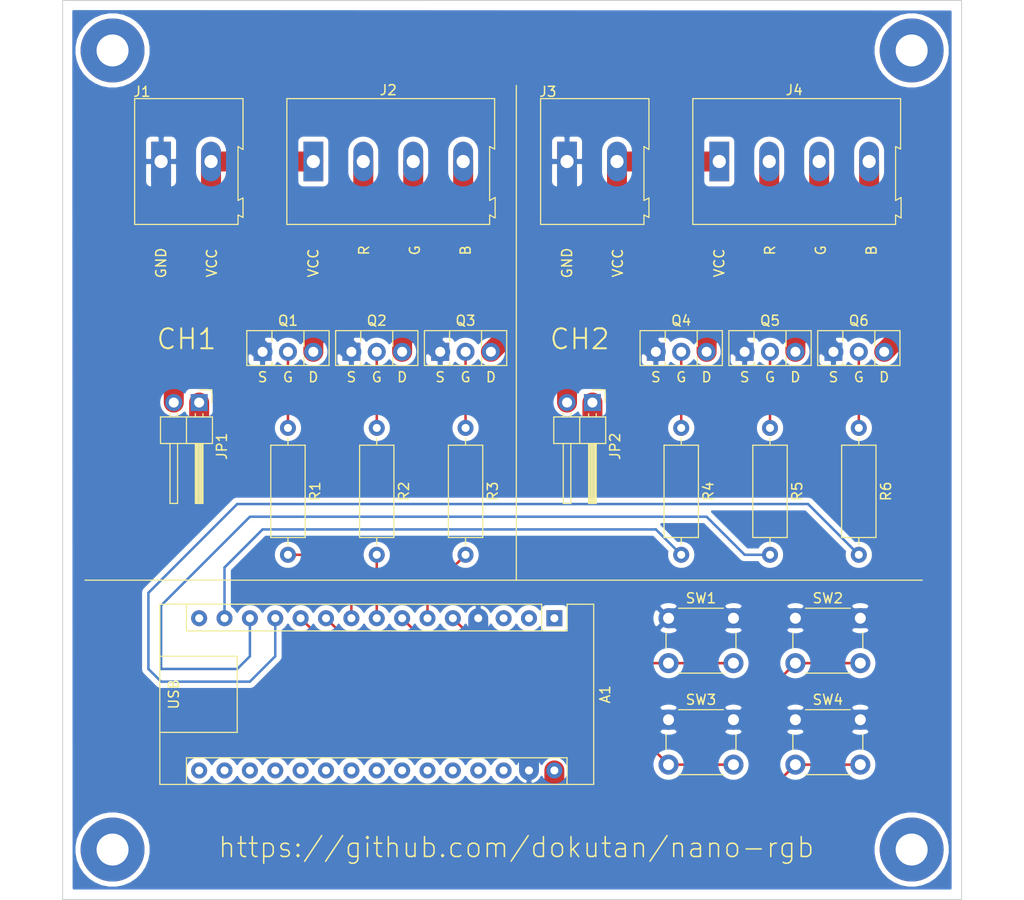
<source format=kicad_pcb>
(kicad_pcb (version 20171130) (host pcbnew 5.1.4)
  (layers (0 F.Cu signal) (31 B.Cu signal) (34 B.Paste user) (35 F.Paste user) (36 B.SilkS user) (37 F.SilkS user) (38 B.Mask user) (39 F.Mask user) (44 Edge.Cuts user))
  (net 0 "")
  (net 1 "Net-(A1-Pad1)")
  (net 2 "Net-(A1-Pad17)")
  (net 3 "Net-(A1-Pad2)")
  (net 4 "Net-(A1-Pad18)")
  (net 5 "Net-(A1-Pad3)")
  (net 6 "Net-(A1-Pad19)")
  (net 7 "Net-(A1-Pad20)")
  (net 8 "Net-(A1-Pad5)")
  (net 9 "Net-(A1-Pad21)")
  (net 10 "Net-(A1-Pad6)")
  (net 11 "Net-(A1-Pad22)")
  (net 12 "Net-(A1-Pad7)")
  (net 13 "Net-(A1-Pad23)")
  (net 14 "Net-(A1-Pad8)")
  (net 15 "Net-(A1-Pad24)")
  (net 16 "Net-(A1-Pad9)")
  (net 17 "Net-(A1-Pad25)")
  (net 18 "Net-(A1-Pad10)")
  (net 19 "Net-(A1-Pad26)")
  (net 20 "Net-(A1-Pad11)")
  (net 21 "Net-(A1-Pad27)")
  (net 22 "Net-(A1-Pad12)")
  (net 23 "Net-(A1-Pad28)")
  (net 24 "Net-(A1-Pad13)")
  (net 25 "Net-(A1-Pad29)")
  (net 26 "Net-(A1-Pad14)")
  (net 27 "Net-(A1-Pad30)")
  (net 28 "Net-(A1-Pad15)")
  (net 29 "Net-(A1-Pad16)")
  (net 30 "Net-(J1-Pad2)")
  (net 31 "Net-(J2-Pad2)")
  (net 32 "Net-(J2-Pad4)")
  (net 33 "Net-(J2-Pad3)")
  (net 34 "Net-(J3-Pad2)")
  (net 35 "Net-(J4-Pad3)")
  (net 36 "Net-(J4-Pad4)")
  (net 37 "Net-(J4-Pad2)")
  (net 38 "Net-(Q1-Pad2)")
  (net 39 "Net-(Q2-Pad2)")
  (net 40 "Net-(Q3-Pad2)")
  (net 41 "Net-(Q4-Pad2)")
  (net 42 "Net-(Q5-Pad2)")
  (net 43 "Net-(Q6-Pad2)")
  (module MountingHole:MountingHole_3.2mm_M3_Pad (layer F.Cu) (at 145 145)
    (fp_text reference REF** hide)
    (fp_text value MountingHole_3.2mm_M3_Pad)
    (pad 1 thru_hole circle (at 0 0) (size 6.4 6.4) (drill 3.2) (layers *.Cu *.Mask))
  )
  (module MountingHole:MountingHole_3.2mm_M3_Pad (layer F.Cu) (at 225 145)
    (fp_text reference REF** hide)
    (fp_text value MountingHole_3.2mm_M3_Pad)
    (pad 1 thru_hole circle (at 0 0) (size 6.4 6.4) (drill 3.2) (layers *.Cu *.Mask))
  )
  (module MountingHole:MountingHole_3.2mm_M3_Pad (layer F.Cu) (at 225 65)
    (fp_text reference REF** hide)
    (fp_text value MountingHole_3.2mm_M3_Pad)
    (pad 1 thru_hole circle (at 0 0) (size 6.4 6.4) (drill 3.2) (layers *.Cu *.Mask))
  )
  (module MountingHole:MountingHole_3.2mm_M3_Pad (layer F.Cu) (at 145 65)
    (fp_text reference REF** hide)
    (fp_text value MountingHole_3.2mm_M3_Pad)
    (pad 1 thru_hole circle (at 0 0) (size 6.4 6.4) (drill 3.2) (layers *.Cu *.Mask))
  )
  (module Button_Switch_THT:SW_PUSH_6mm (layer F.Cu) (at 200.66 121.84)
    (fp_text reference SW1 (at 3.25 -2) (layer F.SilkS))
    (fp_text value SW_Push)
    (fp_line (start 1 5.5) (end 5.5 5.5) (layer F.SilkS) (width 0.12))
    (fp_line (start -0.25 1.5) (end -0.25 3) (layer F.SilkS) (width 0.12))
    (fp_line (start 5.5 -1) (end 1 -1) (layer F.SilkS) (width 0.12))
    (fp_line (start 6.75 3) (end 6.75 1.5) (layer F.SilkS) (width 0.12))
    (pad 2 thru_hole circle (at 0 4.5 90) (size 2 2) (drill 1.1) (layers *.Cu *.Mask) (net 8 "Net-(A1-Pad5)"))
    (pad 1 thru_hole circle (at 0 0 90) (size 2 2) (drill 1.1) (layers *.Cu *.Mask) (net 25 "Net-(A1-Pad29)"))
    (pad 2 thru_hole circle (at 6.5 4.5 90) (size 2 2) (drill 1.1) (layers *.Cu *.Mask) (net 8 "Net-(A1-Pad5)"))
    (pad 1 thru_hole circle (at 6.5 0 90) (size 2 2) (drill 1.1) (layers *.Cu *.Mask) (net 25 "Net-(A1-Pad29)"))
  )
  (module Button_Switch_THT:SW_PUSH_6mm (layer F.Cu) (at 213.36 132)
    (fp_text reference SW4 (at 3.25 -2) (layer F.SilkS))
    (fp_text value SW_Push)
    (fp_line (start 6.75 3) (end 6.75 1.5) (layer F.SilkS) (width 0.12))
    (fp_line (start 5.5 -1) (end 1 -1) (layer F.SilkS) (width 0.12))
    (fp_line (start -0.25 1.5) (end -0.25 3) (layer F.SilkS) (width 0.12))
    (fp_line (start 1 5.5) (end 5.5 5.5) (layer F.SilkS) (width 0.12))
    (pad 1 thru_hole circle (at 6.5 0 90) (size 2 2) (drill 1.1) (layers *.Cu *.Mask) (net 25 "Net-(A1-Pad29)"))
    (pad 2 thru_hole circle (at 6.5 4.5 90) (size 2 2) (drill 1.1) (layers *.Cu *.Mask) (net 20 "Net-(A1-Pad11)"))
    (pad 1 thru_hole circle (at 0 0 90) (size 2 2) (drill 1.1) (layers *.Cu *.Mask) (net 25 "Net-(A1-Pad29)"))
    (pad 2 thru_hole circle (at 0 4.5 90) (size 2 2) (drill 1.1) (layers *.Cu *.Mask) (net 20 "Net-(A1-Pad11)"))
  )
  (module Resistor_THT:R_Axial_DIN0309_L9.0mm_D3.2mm_P12.70mm_Horizontal (layer F.Cu) (at 219.71 102.79 270)
    (fp_text reference R6 (at 6.35 -2.72 90) (layer F.SilkS))
    (fp_text value R)
    (fp_line (start 1.73 -1.72) (end 1.73 1.72) (layer F.SilkS) (width 0.12))
    (fp_line (start 1.73 1.72) (end 10.97 1.72) (layer F.SilkS) (width 0.12))
    (fp_line (start 10.97 1.72) (end 10.97 -1.72) (layer F.SilkS) (width 0.12))
    (fp_line (start 10.97 -1.72) (end 1.73 -1.72) (layer F.SilkS) (width 0.12))
    (fp_line (start 1.04 0) (end 1.73 0) (layer F.SilkS) (width 0.12))
    (fp_line (start 11.66 0) (end 10.97 0) (layer F.SilkS) (width 0.12))
    (pad 1 thru_hole circle (at 0 0 270) (size 1.6 1.6) (drill 0.8) (layers *.Cu *.Mask) (net 43 "Net-(Q6-Pad2)"))
    (pad 2 thru_hole oval (at 12.7 0 270) (size 1.6 1.6) (drill 0.8) (layers *.Cu *.Mask) (net 22 "Net-(A1-Pad12)"))
  )
  (module Module:Arduino_Nano (layer F.Cu) (at 189.23 121.84 270)
    (fp_text reference A1 (at 7.62 -5.08 90) (layer F.SilkS))
    (fp_text value Arduino_Nano_v3.x)
    (fp_line (start 1.27 1.27) (end 1.27 -1.27) (layer F.SilkS) (width 0.12))
    (fp_line (start 1.27 -1.27) (end -1.4 -1.27) (layer F.SilkS) (width 0.12))
    (fp_line (start -1.4 1.27) (end -1.4 39.5) (layer F.SilkS) (width 0.12))
    (fp_line (start -1.4 -3.94) (end -1.4 -1.27) (layer F.SilkS) (width 0.12))
    (fp_line (start 13.97 -1.27) (end 16.64 -1.27) (layer F.SilkS) (width 0.12))
    (fp_line (start 13.97 -1.27) (end 13.97 36.83) (layer F.SilkS) (width 0.12))
    (fp_line (start 13.97 36.83) (end 16.64 36.83) (layer F.SilkS) (width 0.12))
    (fp_line (start 1.27 1.27) (end -1.4 1.27) (layer F.SilkS) (width 0.12))
    (fp_line (start 1.27 1.27) (end 1.27 36.83) (layer F.SilkS) (width 0.12))
    (fp_line (start 1.27 36.83) (end -1.4 36.83) (layer F.SilkS) (width 0.12))
    (fp_line (start -1.4 39.5) (end 16.64 39.5) (layer F.SilkS) (width 0.12))
    (fp_line (start 16.64 39.5) (end 16.64 -3.94) (layer F.SilkS) (width 0.12))
    (fp_line (start 16.64 -3.94) (end -1.4 -3.94) (layer F.SilkS) (width 0.12))
    (pad 1 thru_hole rect (at 0 0 270) (size 1.6 1.6) (drill 0.8) (layers *.Cu *.Mask) (net 1 "Net-(A1-Pad1)"))
    (pad 17 thru_hole oval (at 15.24 33.02 270) (size 1.6 1.6) (drill 0.8) (layers *.Cu *.Mask) (net 2 "Net-(A1-Pad17)"))
    (pad 2 thru_hole oval (at 0 2.54 270) (size 1.6 1.6) (drill 0.8) (layers *.Cu *.Mask) (net 3 "Net-(A1-Pad2)"))
    (pad 18 thru_hole oval (at 15.24 30.48 270) (size 1.6 1.6) (drill 0.8) (layers *.Cu *.Mask) (net 4 "Net-(A1-Pad18)"))
    (pad 3 thru_hole oval (at 0 5.08 270) (size 1.6 1.6) (drill 0.8) (layers *.Cu *.Mask) (net 5 "Net-(A1-Pad3)"))
    (pad 19 thru_hole oval (at 15.24 27.94 270) (size 1.6 1.6) (drill 0.8) (layers *.Cu *.Mask) (net 6 "Net-(A1-Pad19)"))
    (pad 4 thru_hole oval (at 0 7.62 270) (size 1.6 1.6) (drill 0.8) (layers *.Cu *.Mask) (net 25 "Net-(A1-Pad29)"))
    (pad 20 thru_hole oval (at 15.24 25.4 270) (size 1.6 1.6) (drill 0.8) (layers *.Cu *.Mask) (net 7 "Net-(A1-Pad20)"))
    (pad 5 thru_hole oval (at 0 10.16 270) (size 1.6 1.6) (drill 0.8) (layers *.Cu *.Mask) (net 8 "Net-(A1-Pad5)"))
    (pad 21 thru_hole oval (at 15.24 22.86 270) (size 1.6 1.6) (drill 0.8) (layers *.Cu *.Mask) (net 9 "Net-(A1-Pad21)"))
    (pad 6 thru_hole oval (at 0 12.7 270) (size 1.6 1.6) (drill 0.8) (layers *.Cu *.Mask) (net 10 "Net-(A1-Pad6)"))
    (pad 22 thru_hole oval (at 15.24 20.32 270) (size 1.6 1.6) (drill 0.8) (layers *.Cu *.Mask) (net 11 "Net-(A1-Pad22)"))
    (pad 7 thru_hole oval (at 0 15.24 270) (size 1.6 1.6) (drill 0.8) (layers *.Cu *.Mask) (net 12 "Net-(A1-Pad7)"))
    (pad 23 thru_hole oval (at 15.24 17.78 270) (size 1.6 1.6) (drill 0.8) (layers *.Cu *.Mask) (net 13 "Net-(A1-Pad23)"))
    (pad 8 thru_hole oval (at 0 17.78 270) (size 1.6 1.6) (drill 0.8) (layers *.Cu *.Mask) (net 14 "Net-(A1-Pad8)"))
    (pad 24 thru_hole oval (at 15.24 15.24 270) (size 1.6 1.6) (drill 0.8) (layers *.Cu *.Mask) (net 15 "Net-(A1-Pad24)"))
    (pad 9 thru_hole oval (at 0 20.32 270) (size 1.6 1.6) (drill 0.8) (layers *.Cu *.Mask) (net 16 "Net-(A1-Pad9)"))
    (pad 25 thru_hole oval (at 15.24 12.7 270) (size 1.6 1.6) (drill 0.8) (layers *.Cu *.Mask) (net 17 "Net-(A1-Pad25)"))
    (pad 10 thru_hole oval (at 0 22.86 270) (size 1.6 1.6) (drill 0.8) (layers *.Cu *.Mask) (net 18 "Net-(A1-Pad10)"))
    (pad 26 thru_hole oval (at 15.24 10.16 270) (size 1.6 1.6) (drill 0.8) (layers *.Cu *.Mask) (net 19 "Net-(A1-Pad26)"))
    (pad 11 thru_hole oval (at 0 25.4 270) (size 1.6 1.6) (drill 0.8) (layers *.Cu *.Mask) (net 20 "Net-(A1-Pad11)"))
    (pad 27 thru_hole oval (at 15.24 7.62 270) (size 1.6 1.6) (drill 0.8) (layers *.Cu *.Mask) (net 21 "Net-(A1-Pad27)"))
    (pad 12 thru_hole oval (at 0 27.94 270) (size 1.6 1.6) (drill 0.8) (layers *.Cu *.Mask) (net 22 "Net-(A1-Pad12)"))
    (pad 28 thru_hole oval (at 15.24 5.08 270) (size 1.6 1.6) (drill 0.8) (layers *.Cu *.Mask) (net 23 "Net-(A1-Pad28)"))
    (pad 13 thru_hole oval (at 0 30.48 270) (size 1.6 1.6) (drill 0.8) (layers *.Cu *.Mask) (net 24 "Net-(A1-Pad13)"))
    (pad 29 thru_hole oval (at 15.24 2.54 270) (size 1.6 1.6) (drill 0.8) (layers *.Cu *.Mask) (net 25 "Net-(A1-Pad29)"))
    (pad 14 thru_hole oval (at 0 33.02 270) (size 1.6 1.6) (drill 0.8) (layers *.Cu *.Mask) (net 26 "Net-(A1-Pad14)"))
    (pad 30 thru_hole oval (at 15.24 0 270) (size 1.6 1.6) (drill 0.8) (layers *.Cu *.Mask) (net 27 "Net-(A1-Pad30)"))
    (pad 15 thru_hole oval (at 0 35.56 270) (size 1.6 1.6) (drill 0.8) (layers *.Cu *.Mask) (net 28 "Net-(A1-Pad15)"))
    (pad 16 thru_hole oval (at 15.24 35.56 270) (size 1.6 1.6) (drill 0.8) (layers *.Cu *.Mask) (net 29 "Net-(A1-Pad16)"))
  )
  (module TerminalBlock:TerminalBlock_Altech_AK300-2_P5.00mm (layer F.Cu) (at 149.86 76.12)
    (fp_text reference J1 (at -1.92 -6.99) (layer F.SilkS))
    (fp_text value Screw_Terminal_01x02)
    (fp_line (start -2.65 -6.3) (end -2.65 6.3) (layer F.SilkS) (width 0.12))
    (fp_line (start -2.65 6.3) (end 7.7 6.3) (layer F.SilkS) (width 0.12))
    (fp_line (start 7.7 6.3) (end 7.7 5.35) (layer F.SilkS) (width 0.12))
    (fp_line (start 7.7 5.35) (end 8.2 5.6) (layer F.SilkS) (width 0.12))
    (fp_line (start 8.2 5.6) (end 8.2 3.7) (layer F.SilkS) (width 0.12))
    (fp_line (start 8.2 3.7) (end 8.2 3.65) (layer F.SilkS) (width 0.12))
    (fp_line (start 8.2 3.65) (end 7.7 3.9) (layer F.SilkS) (width 0.12))
    (fp_line (start 7.7 3.9) (end 7.7 -1.5) (layer F.SilkS) (width 0.12))
    (fp_line (start 7.7 -1.5) (end 8.2 -1.2) (layer F.SilkS) (width 0.12))
    (fp_line (start 8.2 -1.2) (end 8.2 -6.3) (layer F.SilkS) (width 0.12))
    (fp_line (start 8.2 -6.3) (end -2.65 -6.3) (layer F.SilkS) (width 0.12))
    (pad 1 thru_hole rect (at 0 0) (size 1.98 3.96) (drill 1.32) (layers *.Cu *.Mask) (net 25 "Net-(A1-Pad29)"))
    (pad 2 thru_hole oval (at 5 0) (size 1.98 3.96) (drill 1.32) (layers *.Cu *.Mask) (net 30 "Net-(J1-Pad2)"))
  )
  (module TerminalBlock:TerminalBlock_Altech_AK300-4_P5.00mm (layer F.Cu) (at 165.1 76.12)
    (fp_text reference J2 (at 7.5 -7.15) (layer F.SilkS))
    (fp_text value Screw_Terminal_01x04)
    (fp_line (start -2.65 -6.3) (end 18.15 -6.3) (layer F.SilkS) (width 0.12))
    (fp_line (start 18.15 -6.3) (end 18.15 -1.25) (layer F.SilkS) (width 0.12))
    (fp_line (start 18.15 -1.25) (end 17.65 -1.5) (layer F.SilkS) (width 0.12))
    (fp_line (start 17.65 -1.5) (end 17.65 3.9) (layer F.SilkS) (width 0.12))
    (fp_line (start 17.65 3.9) (end 18.2 3.6) (layer F.SilkS) (width 0.12))
    (fp_line (start 18.2 3.6) (end 18.2 5.65) (layer F.SilkS) (width 0.12))
    (fp_line (start 18.2 5.65) (end 17.65 5.35) (layer F.SilkS) (width 0.12))
    (fp_line (start 17.65 5.35) (end 17.65 6.3) (layer F.SilkS) (width 0.12))
    (fp_line (start 17.65 6.3) (end -2.65 6.3) (layer F.SilkS) (width 0.12))
    (fp_line (start -2.65 6.3) (end -2.65 -6.3) (layer F.SilkS) (width 0.12))
    (pad 1 thru_hole rect (at 0 0) (size 1.98 3.96) (drill 1.32) (layers *.Cu *.Mask) (net 30 "Net-(J1-Pad2)"))
    (pad 2 thru_hole oval (at 5 0) (size 1.98 3.96) (drill 1.32) (layers *.Cu *.Mask) (net 31 "Net-(J2-Pad2)"))
    (pad 4 thru_hole oval (at 15 0) (size 1.98 3.96) (drill 1.32) (layers *.Cu *.Mask) (net 32 "Net-(J2-Pad4)"))
    (pad 3 thru_hole oval (at 10 0) (size 1.98 3.96) (drill 1.32) (layers *.Cu *.Mask) (net 33 "Net-(J2-Pad3)"))
  )
  (module TerminalBlock:TerminalBlock_Altech_AK300-2_P5.00mm (layer F.Cu) (at 190.5 76.12)
    (fp_text reference J3 (at -1.92 -6.99) (layer F.SilkS))
    (fp_text value Screw_Terminal_01x02)
    (fp_line (start 8.2 -6.3) (end -2.65 -6.3) (layer F.SilkS) (width 0.12))
    (fp_line (start 8.2 -1.2) (end 8.2 -6.3) (layer F.SilkS) (width 0.12))
    (fp_line (start 7.7 -1.5) (end 8.2 -1.2) (layer F.SilkS) (width 0.12))
    (fp_line (start 7.7 3.9) (end 7.7 -1.5) (layer F.SilkS) (width 0.12))
    (fp_line (start 8.2 3.65) (end 7.7 3.9) (layer F.SilkS) (width 0.12))
    (fp_line (start 8.2 3.7) (end 8.2 3.65) (layer F.SilkS) (width 0.12))
    (fp_line (start 8.2 5.6) (end 8.2 3.7) (layer F.SilkS) (width 0.12))
    (fp_line (start 7.7 5.35) (end 8.2 5.6) (layer F.SilkS) (width 0.12))
    (fp_line (start 7.7 6.3) (end 7.7 5.35) (layer F.SilkS) (width 0.12))
    (fp_line (start -2.65 6.3) (end 7.7 6.3) (layer F.SilkS) (width 0.12))
    (fp_line (start -2.65 -6.3) (end -2.65 6.3) (layer F.SilkS) (width 0.12))
    (pad 2 thru_hole oval (at 5 0) (size 1.98 3.96) (drill 1.32) (layers *.Cu *.Mask) (net 34 "Net-(J3-Pad2)"))
    (pad 1 thru_hole rect (at 0 0) (size 1.98 3.96) (drill 1.32) (layers *.Cu *.Mask) (net 25 "Net-(A1-Pad29)"))
  )
  (module TerminalBlock:TerminalBlock_Altech_AK300-4_P5.00mm (layer F.Cu) (at 205.74 76.12)
    (fp_text reference J4 (at 7.5 -7.15) (layer F.SilkS))
    (fp_text value Screw_Terminal_01x04)
    (fp_line (start -2.65 6.3) (end -2.65 -6.3) (layer F.SilkS) (width 0.12))
    (fp_line (start 17.65 6.3) (end -2.65 6.3) (layer F.SilkS) (width 0.12))
    (fp_line (start 17.65 5.35) (end 17.65 6.3) (layer F.SilkS) (width 0.12))
    (fp_line (start 18.2 5.65) (end 17.65 5.35) (layer F.SilkS) (width 0.12))
    (fp_line (start 18.2 3.6) (end 18.2 5.65) (layer F.SilkS) (width 0.12))
    (fp_line (start 17.65 3.9) (end 18.2 3.6) (layer F.SilkS) (width 0.12))
    (fp_line (start 17.65 -1.5) (end 17.65 3.9) (layer F.SilkS) (width 0.12))
    (fp_line (start 18.15 -1.25) (end 17.65 -1.5) (layer F.SilkS) (width 0.12))
    (fp_line (start 18.15 -6.3) (end 18.15 -1.25) (layer F.SilkS) (width 0.12))
    (fp_line (start -2.65 -6.3) (end 18.15 -6.3) (layer F.SilkS) (width 0.12))
    (pad 3 thru_hole oval (at 10 0) (size 1.98 3.96) (drill 1.32) (layers *.Cu *.Mask) (net 35 "Net-(J4-Pad3)"))
    (pad 4 thru_hole oval (at 15 0) (size 1.98 3.96) (drill 1.32) (layers *.Cu *.Mask) (net 36 "Net-(J4-Pad4)"))
    (pad 2 thru_hole oval (at 5 0) (size 1.98 3.96) (drill 1.32) (layers *.Cu *.Mask) (net 37 "Net-(J4-Pad2)"))
    (pad 1 thru_hole rect (at 0 0) (size 1.98 3.96) (drill 1.32) (layers *.Cu *.Mask) (net 34 "Net-(J3-Pad2)"))
  )
  (module Connector_PinHeader_2.54mm:PinHeader_1x02_P2.54mm_Horizontal (layer F.Cu) (at 153.67 100.25 270)
    (fp_text reference JP1 (at 4.385 -2.27 90) (layer F.SilkS))
    (fp_text value Jumper_2_Open)
    (fp_line (start 1.44 -1.33) (end 1.44 3.87) (layer F.SilkS) (width 0.12))
    (fp_line (start 1.44 3.87) (end 4.1 3.87) (layer F.SilkS) (width 0.12))
    (fp_line (start 4.1 3.87) (end 4.1 -1.33) (layer F.SilkS) (width 0.12))
    (fp_line (start 4.1 -1.33) (end 1.44 -1.33) (layer F.SilkS) (width 0.12))
    (fp_line (start 4.1 -0.38) (end 10.1 -0.38) (layer F.SilkS) (width 0.12))
    (fp_line (start 10.1 -0.38) (end 10.1 0.38) (layer F.SilkS) (width 0.12))
    (fp_line (start 10.1 0.38) (end 4.1 0.38) (layer F.SilkS) (width 0.12))
    (fp_line (start 4.1 -0.32) (end 10.1 -0.32) (layer F.SilkS) (width 0.12))
    (fp_line (start 4.1 -0.2) (end 10.1 -0.2) (layer F.SilkS) (width 0.12))
    (fp_line (start 4.1 -0.08) (end 10.1 -0.08) (layer F.SilkS) (width 0.12))
    (fp_line (start 4.1 0.04) (end 10.1 0.04) (layer F.SilkS) (width 0.12))
    (fp_line (start 4.1 0.16) (end 10.1 0.16) (layer F.SilkS) (width 0.12))
    (fp_line (start 4.1 0.28) (end 10.1 0.28) (layer F.SilkS) (width 0.12))
    (fp_line (start 1.11 -0.38) (end 1.44 -0.38) (layer F.SilkS) (width 0.12))
    (fp_line (start 1.11 0.38) (end 1.44 0.38) (layer F.SilkS) (width 0.12))
    (fp_line (start 1.44 1.27) (end 4.1 1.27) (layer F.SilkS) (width 0.12))
    (fp_line (start 4.1 2.16) (end 10.1 2.16) (layer F.SilkS) (width 0.12))
    (fp_line (start 10.1 2.16) (end 10.1 2.92) (layer F.SilkS) (width 0.12))
    (fp_line (start 10.1 2.92) (end 4.1 2.92) (layer F.SilkS) (width 0.12))
    (fp_line (start 1.042929 2.16) (end 1.44 2.16) (layer F.SilkS) (width 0.12))
    (fp_line (start 1.042929 2.92) (end 1.44 2.92) (layer F.SilkS) (width 0.12))
    (fp_line (start -1.27 0) (end -1.27 -1.27) (layer F.SilkS) (width 0.12))
    (fp_line (start -1.27 -1.27) (end 0 -1.27) (layer F.SilkS) (width 0.12))
    (pad 1 thru_hole rect (at 0 0 270) (size 1.7 1.7) (drill 1) (layers *.Cu *.Mask) (net 27 "Net-(A1-Pad30)"))
    (pad 2 thru_hole oval (at 0 2.54 270) (size 1.7 1.7) (drill 1) (layers *.Cu *.Mask) (net 30 "Net-(J1-Pad2)"))
  )
  (module Connector_PinHeader_2.54mm:PinHeader_1x02_P2.54mm_Horizontal (layer F.Cu) (at 193.04 100.25 270)
    (fp_text reference JP2 (at 4.385 -2.27 90) (layer F.SilkS))
    (fp_text value Jumper_2_Open)
    (fp_line (start -1.27 -1.27) (end 0 -1.27) (layer F.SilkS) (width 0.12))
    (fp_line (start -1.27 0) (end -1.27 -1.27) (layer F.SilkS) (width 0.12))
    (fp_line (start 1.042929 2.92) (end 1.44 2.92) (layer F.SilkS) (width 0.12))
    (fp_line (start 1.042929 2.16) (end 1.44 2.16) (layer F.SilkS) (width 0.12))
    (fp_line (start 10.1 2.92) (end 4.1 2.92) (layer F.SilkS) (width 0.12))
    (fp_line (start 10.1 2.16) (end 10.1 2.92) (layer F.SilkS) (width 0.12))
    (fp_line (start 4.1 2.16) (end 10.1 2.16) (layer F.SilkS) (width 0.12))
    (fp_line (start 1.44 1.27) (end 4.1 1.27) (layer F.SilkS) (width 0.12))
    (fp_line (start 1.11 0.38) (end 1.44 0.38) (layer F.SilkS) (width 0.12))
    (fp_line (start 1.11 -0.38) (end 1.44 -0.38) (layer F.SilkS) (width 0.12))
    (fp_line (start 4.1 0.28) (end 10.1 0.28) (layer F.SilkS) (width 0.12))
    (fp_line (start 4.1 0.16) (end 10.1 0.16) (layer F.SilkS) (width 0.12))
    (fp_line (start 4.1 0.04) (end 10.1 0.04) (layer F.SilkS) (width 0.12))
    (fp_line (start 4.1 -0.08) (end 10.1 -0.08) (layer F.SilkS) (width 0.12))
    (fp_line (start 4.1 -0.2) (end 10.1 -0.2) (layer F.SilkS) (width 0.12))
    (fp_line (start 4.1 -0.32) (end 10.1 -0.32) (layer F.SilkS) (width 0.12))
    (fp_line (start 10.1 0.38) (end 4.1 0.38) (layer F.SilkS) (width 0.12))
    (fp_line (start 10.1 -0.38) (end 10.1 0.38) (layer F.SilkS) (width 0.12))
    (fp_line (start 4.1 -0.38) (end 10.1 -0.38) (layer F.SilkS) (width 0.12))
    (fp_line (start 4.1 -1.33) (end 1.44 -1.33) (layer F.SilkS) (width 0.12))
    (fp_line (start 4.1 3.87) (end 4.1 -1.33) (layer F.SilkS) (width 0.12))
    (fp_line (start 1.44 3.87) (end 4.1 3.87) (layer F.SilkS) (width 0.12))
    (fp_line (start 1.44 -1.33) (end 1.44 3.87) (layer F.SilkS) (width 0.12))
    (pad 2 thru_hole oval (at 0 2.54 270) (size 1.7 1.7) (drill 1) (layers *.Cu *.Mask) (net 34 "Net-(J3-Pad2)"))
    (pad 1 thru_hole rect (at 0 0 270) (size 1.7 1.7) (drill 1) (layers *.Cu *.Mask) (net 27 "Net-(A1-Pad30)"))
  )
  (module Resistor_THT:R_Axial_DIN0309_L9.0mm_D3.2mm_P12.70mm_Horizontal (layer F.Cu) (at 162.56 102.79 270)
    (fp_text reference R1 (at 6.35 -2.72 90) (layer F.SilkS))
    (fp_text value R)
    (fp_line (start 11.66 0) (end 10.97 0) (layer F.SilkS) (width 0.12))
    (fp_line (start 1.04 0) (end 1.73 0) (layer F.SilkS) (width 0.12))
    (fp_line (start 10.97 -1.72) (end 1.73 -1.72) (layer F.SilkS) (width 0.12))
    (fp_line (start 10.97 1.72) (end 10.97 -1.72) (layer F.SilkS) (width 0.12))
    (fp_line (start 1.73 1.72) (end 10.97 1.72) (layer F.SilkS) (width 0.12))
    (fp_line (start 1.73 -1.72) (end 1.73 1.72) (layer F.SilkS) (width 0.12))
    (pad 2 thru_hole oval (at 12.7 0 270) (size 1.6 1.6) (drill 0.8) (layers *.Cu *.Mask) (net 16 "Net-(A1-Pad9)"))
    (pad 1 thru_hole circle (at 0 0 270) (size 1.6 1.6) (drill 0.8) (layers *.Cu *.Mask) (net 38 "Net-(Q1-Pad2)"))
  )
  (module Resistor_THT:R_Axial_DIN0309_L9.0mm_D3.2mm_P12.70mm_Horizontal (layer F.Cu) (at 171.45 102.79 270)
    (fp_text reference R2 (at 6.35 -2.72 90) (layer F.SilkS))
    (fp_text value R)
    (fp_line (start 1.73 -1.72) (end 1.73 1.72) (layer F.SilkS) (width 0.12))
    (fp_line (start 1.73 1.72) (end 10.97 1.72) (layer F.SilkS) (width 0.12))
    (fp_line (start 10.97 1.72) (end 10.97 -1.72) (layer F.SilkS) (width 0.12))
    (fp_line (start 10.97 -1.72) (end 1.73 -1.72) (layer F.SilkS) (width 0.12))
    (fp_line (start 1.04 0) (end 1.73 0) (layer F.SilkS) (width 0.12))
    (fp_line (start 11.66 0) (end 10.97 0) (layer F.SilkS) (width 0.12))
    (pad 1 thru_hole circle (at 0 0 270) (size 1.6 1.6) (drill 0.8) (layers *.Cu *.Mask) (net 39 "Net-(Q2-Pad2)"))
    (pad 2 thru_hole oval (at 12.7 0 270) (size 1.6 1.6) (drill 0.8) (layers *.Cu *.Mask) (net 14 "Net-(A1-Pad8)"))
  )
  (module Resistor_THT:R_Axial_DIN0309_L9.0mm_D3.2mm_P12.70mm_Horizontal (layer F.Cu) (at 180.34 102.79 270)
    (fp_text reference R3 (at 6.35 -2.72 90) (layer F.SilkS))
    (fp_text value R)
    (fp_line (start 11.66 0) (end 10.97 0) (layer F.SilkS) (width 0.12))
    (fp_line (start 1.04 0) (end 1.73 0) (layer F.SilkS) (width 0.12))
    (fp_line (start 10.97 -1.72) (end 1.73 -1.72) (layer F.SilkS) (width 0.12))
    (fp_line (start 10.97 1.72) (end 10.97 -1.72) (layer F.SilkS) (width 0.12))
    (fp_line (start 1.73 1.72) (end 10.97 1.72) (layer F.SilkS) (width 0.12))
    (fp_line (start 1.73 -1.72) (end 1.73 1.72) (layer F.SilkS) (width 0.12))
    (pad 2 thru_hole oval (at 12.7 0 270) (size 1.6 1.6) (drill 0.8) (layers *.Cu *.Mask) (net 10 "Net-(A1-Pad6)"))
    (pad 1 thru_hole circle (at 0 0 270) (size 1.6 1.6) (drill 0.8) (layers *.Cu *.Mask) (net 40 "Net-(Q3-Pad2)"))
  )
  (module Resistor_THT:R_Axial_DIN0309_L9.0mm_D3.2mm_P12.70mm_Horizontal (layer F.Cu) (at 201.93 102.79 270)
    (fp_text reference R4 (at 6.35 -2.72 90) (layer F.SilkS))
    (fp_text value R)
    (fp_line (start 1.73 -1.72) (end 1.73 1.72) (layer F.SilkS) (width 0.12))
    (fp_line (start 1.73 1.72) (end 10.97 1.72) (layer F.SilkS) (width 0.12))
    (fp_line (start 10.97 1.72) (end 10.97 -1.72) (layer F.SilkS) (width 0.12))
    (fp_line (start 10.97 -1.72) (end 1.73 -1.72) (layer F.SilkS) (width 0.12))
    (fp_line (start 1.04 0) (end 1.73 0) (layer F.SilkS) (width 0.12))
    (fp_line (start 11.66 0) (end 10.97 0) (layer F.SilkS) (width 0.12))
    (pad 1 thru_hole circle (at 0 0 270) (size 1.6 1.6) (drill 0.8) (layers *.Cu *.Mask) (net 41 "Net-(Q4-Pad2)"))
    (pad 2 thru_hole oval (at 12.7 0 270) (size 1.6 1.6) (drill 0.8) (layers *.Cu *.Mask) (net 26 "Net-(A1-Pad14)"))
  )
  (module Resistor_THT:R_Axial_DIN0309_L9.0mm_D3.2mm_P12.70mm_Horizontal (layer F.Cu) (at 210.82 102.79 270)
    (fp_text reference R5 (at 6.35 -2.72 90) (layer F.SilkS))
    (fp_text value R)
    (fp_line (start 11.66 0) (end 10.97 0) (layer F.SilkS) (width 0.12))
    (fp_line (start 1.04 0) (end 1.73 0) (layer F.SilkS) (width 0.12))
    (fp_line (start 10.97 -1.72) (end 1.73 -1.72) (layer F.SilkS) (width 0.12))
    (fp_line (start 10.97 1.72) (end 10.97 -1.72) (layer F.SilkS) (width 0.12))
    (fp_line (start 1.73 1.72) (end 10.97 1.72) (layer F.SilkS) (width 0.12))
    (fp_line (start 1.73 -1.72) (end 1.73 1.72) (layer F.SilkS) (width 0.12))
    (pad 2 thru_hole oval (at 12.7 0 270) (size 1.6 1.6) (drill 0.8) (layers *.Cu *.Mask) (net 24 "Net-(A1-Pad13)"))
    (pad 1 thru_hole circle (at 0 0 270) (size 1.6 1.6) (drill 0.8) (layers *.Cu *.Mask) (net 42 "Net-(Q5-Pad2)"))
  )
  (module Button_Switch_THT:SW_PUSH_6mm (layer F.Cu) (at 213.36 121.84)
    (fp_text reference SW2 (at 3.25 -2) (layer F.SilkS))
    (fp_text value SW_Push)
    (fp_line (start 6.75 3) (end 6.75 1.5) (layer F.SilkS) (width 0.12))
    (fp_line (start 5.5 -1) (end 1 -1) (layer F.SilkS) (width 0.12))
    (fp_line (start -0.25 1.5) (end -0.25 3) (layer F.SilkS) (width 0.12))
    (fp_line (start 1 5.5) (end 5.5 5.5) (layer F.SilkS) (width 0.12))
    (pad 1 thru_hole circle (at 6.5 0 90) (size 2 2) (drill 1.1) (layers *.Cu *.Mask) (net 25 "Net-(A1-Pad29)"))
    (pad 2 thru_hole circle (at 6.5 4.5 90) (size 2 2) (drill 1.1) (layers *.Cu *.Mask) (net 12 "Net-(A1-Pad7)"))
    (pad 1 thru_hole circle (at 0 0 90) (size 2 2) (drill 1.1) (layers *.Cu *.Mask) (net 25 "Net-(A1-Pad29)"))
    (pad 2 thru_hole circle (at 0 4.5 90) (size 2 2) (drill 1.1) (layers *.Cu *.Mask) (net 12 "Net-(A1-Pad7)"))
  )
  (module Button_Switch_THT:SW_PUSH_6mm (layer F.Cu) (at 200.66 132)
    (fp_text reference SW3 (at 3.25 -2) (layer F.SilkS))
    (fp_text value SW_Push)
    (fp_line (start 1 5.5) (end 5.5 5.5) (layer F.SilkS) (width 0.12))
    (fp_line (start -0.25 1.5) (end -0.25 3) (layer F.SilkS) (width 0.12))
    (fp_line (start 5.5 -1) (end 1 -1) (layer F.SilkS) (width 0.12))
    (fp_line (start 6.75 3) (end 6.75 1.5) (layer F.SilkS) (width 0.12))
    (pad 2 thru_hole circle (at 0 4.5 90) (size 2 2) (drill 1.1) (layers *.Cu *.Mask) (net 18 "Net-(A1-Pad10)"))
    (pad 1 thru_hole circle (at 0 0 90) (size 2 2) (drill 1.1) (layers *.Cu *.Mask) (net 25 "Net-(A1-Pad29)"))
    (pad 2 thru_hole circle (at 6.5 4.5 90) (size 2 2) (drill 1.1) (layers *.Cu *.Mask) (net 18 "Net-(A1-Pad10)"))
    (pad 1 thru_hole circle (at 6.5 0 90) (size 2 2) (drill 1.1) (layers *.Cu *.Mask) (net 25 "Net-(A1-Pad29)"))
  )
  (module Package_TO_SOT_THT:TO-126-3_Vertical (layer F.Cu) (at 160.02 95.17)
    (fp_text reference Q1 (at 2.54 -3.12) (layer F.SilkS))
    (fp_text value 2N7000)
    (fp_line (start 4.141 0.54) (end 4.141 1.37) (layer F.SilkS) (width 0.12))
    (fp_line (start 4.141 -2.12) (end 4.141 -0.54) (layer F.SilkS) (width 0.12))
    (fp_line (start 0.94 1.05) (end 0.94 1.37) (layer F.SilkS) (width 0.12))
    (fp_line (start 0.94 -2.12) (end 0.94 -1.05) (layer F.SilkS) (width 0.12))
    (fp_line (start 6.66 -2.12) (end 6.66 1.37) (layer F.SilkS) (width 0.12))
    (fp_line (start -1.58 -2.12) (end -1.58 1.37) (layer F.SilkS) (width 0.12))
    (fp_line (start -1.58 1.37) (end 6.66 1.37) (layer F.SilkS) (width 0.12))
    (fp_line (start -1.58 -2.12) (end 6.66 -2.12) (layer F.SilkS) (width 0.12))
    (pad 3 thru_hole oval (at 5.08 0) (size 1.8 1.8) (drill 1) (layers *.Cu *.Mask) (net 31 "Net-(J2-Pad2)"))
    (pad 2 thru_hole oval (at 2.54 0) (size 1.8 1.8) (drill 1) (layers *.Cu *.Mask) (net 38 "Net-(Q1-Pad2)"))
    (pad 1 thru_hole rect (at 0 0) (size 1.8 1.8) (drill 1) (layers *.Cu *.Mask) (net 25 "Net-(A1-Pad29)"))
  )
  (module Package_TO_SOT_THT:TO-126-3_Vertical (layer F.Cu) (at 168.91 95.17)
    (fp_text reference Q2 (at 2.54 -3.12) (layer F.SilkS))
    (fp_text value 2N7000)
    (fp_line (start -1.58 -2.12) (end 6.66 -2.12) (layer F.SilkS) (width 0.12))
    (fp_line (start -1.58 1.37) (end 6.66 1.37) (layer F.SilkS) (width 0.12))
    (fp_line (start -1.58 -2.12) (end -1.58 1.37) (layer F.SilkS) (width 0.12))
    (fp_line (start 6.66 -2.12) (end 6.66 1.37) (layer F.SilkS) (width 0.12))
    (fp_line (start 0.94 -2.12) (end 0.94 -1.05) (layer F.SilkS) (width 0.12))
    (fp_line (start 0.94 1.05) (end 0.94 1.37) (layer F.SilkS) (width 0.12))
    (fp_line (start 4.141 -2.12) (end 4.141 -0.54) (layer F.SilkS) (width 0.12))
    (fp_line (start 4.141 0.54) (end 4.141 1.37) (layer F.SilkS) (width 0.12))
    (pad 1 thru_hole rect (at 0 0) (size 1.8 1.8) (drill 1) (layers *.Cu *.Mask) (net 25 "Net-(A1-Pad29)"))
    (pad 2 thru_hole oval (at 2.54 0) (size 1.8 1.8) (drill 1) (layers *.Cu *.Mask) (net 39 "Net-(Q2-Pad2)"))
    (pad 3 thru_hole oval (at 5.08 0) (size 1.8 1.8) (drill 1) (layers *.Cu *.Mask) (net 33 "Net-(J2-Pad3)"))
  )
  (module Package_TO_SOT_THT:TO-126-3_Vertical (layer F.Cu) (at 177.8 95.17)
    (fp_text reference Q3 (at 2.54 -3.12) (layer F.SilkS))
    (fp_text value 2N7000)
    (fp_line (start -1.58 -2.12) (end 6.66 -2.12) (layer F.SilkS) (width 0.12))
    (fp_line (start -1.58 1.37) (end 6.66 1.37) (layer F.SilkS) (width 0.12))
    (fp_line (start -1.58 -2.12) (end -1.58 1.37) (layer F.SilkS) (width 0.12))
    (fp_line (start 6.66 -2.12) (end 6.66 1.37) (layer F.SilkS) (width 0.12))
    (fp_line (start 0.94 -2.12) (end 0.94 -1.05) (layer F.SilkS) (width 0.12))
    (fp_line (start 0.94 1.05) (end 0.94 1.37) (layer F.SilkS) (width 0.12))
    (fp_line (start 4.141 -2.12) (end 4.141 -0.54) (layer F.SilkS) (width 0.12))
    (fp_line (start 4.141 0.54) (end 4.141 1.37) (layer F.SilkS) (width 0.12))
    (pad 1 thru_hole rect (at 0 0) (size 1.8 1.8) (drill 1) (layers *.Cu *.Mask) (net 25 "Net-(A1-Pad29)"))
    (pad 2 thru_hole oval (at 2.54 0) (size 1.8 1.8) (drill 1) (layers *.Cu *.Mask) (net 40 "Net-(Q3-Pad2)"))
    (pad 3 thru_hole oval (at 5.08 0) (size 1.8 1.8) (drill 1) (layers *.Cu *.Mask) (net 32 "Net-(J2-Pad4)"))
  )
  (module Package_TO_SOT_THT:TO-126-3_Vertical (layer F.Cu) (at 199.39 95.17)
    (fp_text reference Q4 (at 2.54 -3.12) (layer F.SilkS))
    (fp_text value 2N7000)
    (fp_line (start 4.141 0.54) (end 4.141 1.37) (layer F.SilkS) (width 0.12))
    (fp_line (start 4.141 -2.12) (end 4.141 -0.54) (layer F.SilkS) (width 0.12))
    (fp_line (start 0.94 1.05) (end 0.94 1.37) (layer F.SilkS) (width 0.12))
    (fp_line (start 0.94 -2.12) (end 0.94 -1.05) (layer F.SilkS) (width 0.12))
    (fp_line (start 6.66 -2.12) (end 6.66 1.37) (layer F.SilkS) (width 0.12))
    (fp_line (start -1.58 -2.12) (end -1.58 1.37) (layer F.SilkS) (width 0.12))
    (fp_line (start -1.58 1.37) (end 6.66 1.37) (layer F.SilkS) (width 0.12))
    (fp_line (start -1.58 -2.12) (end 6.66 -2.12) (layer F.SilkS) (width 0.12))
    (pad 3 thru_hole oval (at 5.08 0) (size 1.8 1.8) (drill 1) (layers *.Cu *.Mask) (net 37 "Net-(J4-Pad2)"))
    (pad 2 thru_hole oval (at 2.54 0) (size 1.8 1.8) (drill 1) (layers *.Cu *.Mask) (net 41 "Net-(Q4-Pad2)"))
    (pad 1 thru_hole rect (at 0 0) (size 1.8 1.8) (drill 1) (layers *.Cu *.Mask) (net 25 "Net-(A1-Pad29)"))
  )
  (module Package_TO_SOT_THT:TO-126-3_Vertical (layer F.Cu) (at 208.28 95.17)
    (fp_text reference Q5 (at 2.54 -3.12) (layer F.SilkS))
    (fp_text value 2N7000)
    (fp_line (start -1.58 -2.12) (end 6.66 -2.12) (layer F.SilkS) (width 0.12))
    (fp_line (start -1.58 1.37) (end 6.66 1.37) (layer F.SilkS) (width 0.12))
    (fp_line (start -1.58 -2.12) (end -1.58 1.37) (layer F.SilkS) (width 0.12))
    (fp_line (start 6.66 -2.12) (end 6.66 1.37) (layer F.SilkS) (width 0.12))
    (fp_line (start 0.94 -2.12) (end 0.94 -1.05) (layer F.SilkS) (width 0.12))
    (fp_line (start 0.94 1.05) (end 0.94 1.37) (layer F.SilkS) (width 0.12))
    (fp_line (start 4.141 -2.12) (end 4.141 -0.54) (layer F.SilkS) (width 0.12))
    (fp_line (start 4.141 0.54) (end 4.141 1.37) (layer F.SilkS) (width 0.12))
    (pad 1 thru_hole rect (at 0 0) (size 1.8 1.8) (drill 1) (layers *.Cu *.Mask) (net 25 "Net-(A1-Pad29)"))
    (pad 2 thru_hole oval (at 2.54 0) (size 1.8 1.8) (drill 1) (layers *.Cu *.Mask) (net 42 "Net-(Q5-Pad2)"))
    (pad 3 thru_hole oval (at 5.08 0) (size 1.8 1.8) (drill 1) (layers *.Cu *.Mask) (net 35 "Net-(J4-Pad3)"))
  )
  (module Package_TO_SOT_THT:TO-126-3_Vertical (layer F.Cu) (at 217.17 95.17)
    (fp_text reference Q6 (at 2.54 -3.12) (layer F.SilkS))
    (fp_text value 2N7000)
    (fp_line (start 4.141 0.54) (end 4.141 1.37) (layer F.SilkS) (width 0.12))
    (fp_line (start 4.141 -2.12) (end 4.141 -0.54) (layer F.SilkS) (width 0.12))
    (fp_line (start 0.94 1.05) (end 0.94 1.37) (layer F.SilkS) (width 0.12))
    (fp_line (start 0.94 -2.12) (end 0.94 -1.05) (layer F.SilkS) (width 0.12))
    (fp_line (start 6.66 -2.12) (end 6.66 1.37) (layer F.SilkS) (width 0.12))
    (fp_line (start -1.58 -2.12) (end -1.58 1.37) (layer F.SilkS) (width 0.12))
    (fp_line (start -1.58 1.37) (end 6.66 1.37) (layer F.SilkS) (width 0.12))
    (fp_line (start -1.58 -2.12) (end 6.66 -2.12) (layer F.SilkS) (width 0.12))
    (pad 3 thru_hole oval (at 5.08 0) (size 1.8 1.8) (drill 1) (layers *.Cu *.Mask) (net 36 "Net-(J4-Pad4)"))
    (pad 2 thru_hole oval (at 2.54 0) (size 1.8 1.8) (drill 1) (layers *.Cu *.Mask) (net 43 "Net-(Q6-Pad2)"))
    (pad 1 thru_hole rect (at 0 0) (size 1.8 1.8) (drill 1) (layers *.Cu *.Mask) (net 25 "Net-(A1-Pad29)"))
  )
  (gr_text https://github.com/dokutan/nano-rgb (at 185.42 144.78) (layer F.SilkS) (effects (font (size 2 2))))
  (gr_line (start 140 150) (end 140 60) (layer Edge.Cuts) (width 0.1))
  (gr_line (start 230 150) (end 140 150) (layer Edge.Cuts) (width 0.1))
  (gr_line (start 230 60) (end 230 150) (layer Edge.Cuts) (width 0.1))
  (gr_line (start 140 60) (end 230 60) (layer Edge.Cuts) (width 0.1))
  (gr_line (start 157.48 133.27) (end 149.86 133.27) (layer F.SilkS) (width 0.12))
  (gr_line (start 157.48 125.65) (end 157.48 133.27) (layer F.SilkS) (width 0.12))
  (gr_line (start 149.86 125.65) (end 157.48 125.65) (layer F.SilkS) (width 0.12))
  (gr_text USB (at 151.13 129.46 90) (layer F.SilkS) (effects (font (size 1 1))))
  (gr_text S (at 160.02 97.71) (layer F.SilkS) (effects (font (size 1 1))))
  (gr_text G (at 162.56 97.71) (layer F.SilkS) (effects (font (size 1 1))))
  (gr_text D (at 165.1 97.71) (layer F.SilkS) (effects (font (size 1 1))))
  (gr_text D (at 173.99 97.71) (layer F.SilkS) (effects (font (size 1 1))))
  (gr_text S (at 168.91 97.71) (layer F.SilkS) (effects (font (size 1 1))))
  (gr_text G (at 171.45 97.71) (layer F.SilkS) (effects (font (size 1 1))))
  (gr_text G (at 180.34 97.71) (layer F.SilkS) (effects (font (size 1 1))))
  (gr_text D (at 182.88 97.71) (layer F.SilkS) (effects (font (size 1 1))))
  (gr_text S (at 177.8 97.71) (layer F.SilkS) (effects (font (size 1 1))))
  (gr_text S (at 217.17 97.71) (layer F.SilkS) (effects (font (size 1 1))))
  (gr_text D (at 222.25 97.71) (layer F.SilkS) (effects (font (size 1 1))))
  (gr_text G (at 219.71 97.71) (layer F.SilkS) (effects (font (size 1 1))))
  (gr_text S (at 208.28 97.71) (layer F.SilkS) (effects (font (size 1 1))))
  (gr_text G (at 210.82 97.71) (layer F.SilkS) (effects (font (size 1 1))))
  (gr_text D (at 213.36 97.71) (layer F.SilkS) (effects (font (size 1 1))))
  (gr_text D (at 204.47 97.71) (layer F.SilkS) (effects (font (size 1 1))))
  (gr_text G (at 201.93 97.71) (layer F.SilkS) (effects (font (size 1 1))))
  (gr_text S (at 199.39 97.71) (layer F.SilkS) (effects (font (size 1 1))))
  (gr_text CH2 (at 191.77 93.9) (layer F.SilkS) (effects (font (size 2 2) (thickness 0.2))))
  (gr_text CH1 (at 152.4 93.9) (layer F.SilkS) (effects (font (size 2 2) (thickness 0.2))))
  (gr_text B (at 180.34 85.01 90) (layer F.SilkS) (effects (font (size 1 1))))
  (gr_text G (at 175.26 85.01 90) (layer F.SilkS) (effects (font (size 1 1))))
  (gr_text R (at 170.18 85.01 90) (layer F.SilkS) (effects (font (size 1 1))))
  (gr_text B (at 220.98 85.01 90) (layer F.SilkS) (effects (font (size 1 1))))
  (gr_text G (at 215.9 85.01 90) (layer F.SilkS) (effects (font (size 1 1))))
  (gr_text R (at 210.82 85.01 90) (layer F.SilkS) (effects (font (size 1 1))))
  (gr_line (start 185.42 68.5) (end 185.42 118.03) (layer F.SilkS) (width 0.12))
  (gr_line (start 226.06 118.03) (end 142.24 118.03) (layer F.SilkS) (width 0.12))
  (gr_text VCC (at 205.74 86.28 90) (layer F.SilkS) (effects (font (size 1 1))))
  (gr_text VCC (at 165.1 86.28 90) (layer F.SilkS) (effects (font (size 1 1))))
  (gr_text VCC (at 195.58 86.28 90) (layer F.SilkS) (effects (font (size 1 1))))
  (gr_text VCC (at 154.94 86.28 90) (layer F.SilkS) (effects (font (size 1 1))))
  (gr_text GND (at 190.5 86.28 90) (layer F.SilkS) (effects (font (size 1 1))))
  (gr_text GND (at 149.86 86.28 90) (layer F.SilkS) (effects (font (size 1 1))))
  (segment (start 205.745787 126.34) (end 200.66 126.34) (width 0.25) (layer F.Cu) (net 8))
  (segment (start 207.16 126.34) (end 205.745787 126.34) (width 0.25) (layer F.Cu) (net 8))
  (segment (start 183.57 126.34) (end 179.07 121.84) (width 0.25) (layer F.Cu) (net 8))
  (segment (start 200.66 126.34) (end 183.57 126.34) (width 0.25) (layer F.Cu) (net 8))
  (segment (start 176.53 121.84) (end 176.53 119.3) (width 0.25) (layer F.Cu) (net 10))
  (segment (start 176.53 119.3) (end 180.34 115.49) (width 0.25) (layer F.Cu) (net 10))
  (segment (start 173.99 121.84) (end 181.61 129.46) (width 0.25) (layer F.Cu) (net 12))
  (segment (start 210.24 129.46) (end 213.36 126.34) (width 0.25) (layer F.Cu) (net 12))
  (segment (start 181.61 129.46) (end 210.24 129.46) (width 0.25) (layer F.Cu) (net 12))
  (segment (start 213.36 126.34) (end 219.86 126.34) (width 0.25) (layer F.Cu) (net 12))
  (segment (start 171.45 115.49) (end 171.45 121.84) (width 0.25) (layer F.Cu) (net 14))
  (segment (start 162.56 115.49) (end 165.1 115.49) (width 0.25) (layer F.Cu) (net 16))
  (segment (start 168.91 119.3) (end 168.91 121.84) (width 0.25) (layer F.Cu) (net 16))
  (segment (start 165.1 115.49) (end 168.91 119.3) (width 0.25) (layer F.Cu) (net 16))
  (segment (start 205.745787 136.5) (end 200.66 136.5) (width 0.25) (layer F.Cu) (net 18))
  (segment (start 207.16 136.5) (end 205.745787 136.5) (width 0.25) (layer F.Cu) (net 18))
  (segment (start 200.66 136.5) (end 194.89 130.73) (width 0.25) (layer F.Cu) (net 18))
  (segment (start 175.26 130.73) (end 166.37 121.84) (width 0.25) (layer F.Cu) (net 18))
  (segment (start 194.89 130.73) (end 175.26 130.73) (width 0.25) (layer F.Cu) (net 18))
  (segment (start 219.86 136.5) (end 213.36 136.5) (width 0.25) (layer F.Cu) (net 20))
  (segment (start 163.83 121.84) (end 173.99 132) (width 0.25) (layer F.Cu) (net 20))
  (segment (start 173.99 132) (end 190.5 132) (width 0.25) (layer F.Cu) (net 20))
  (segment (start 190.5 132) (end 198.12 139.62) (width 0.25) (layer F.Cu) (net 20))
  (segment (start 210.24 139.62) (end 213.36 136.5) (width 0.25) (layer F.Cu) (net 20))
  (segment (start 198.12 139.62) (end 210.24 139.62) (width 0.25) (layer F.Cu) (net 20))
  (segment (start 158.75 128.19) (end 161.29 125.65) (width 0.25) (layer B.Cu) (net 22))
  (segment (start 149.86 128.19) (end 158.75 128.19) (width 0.25) (layer B.Cu) (net 22))
  (segment (start 214.63 110.41) (end 157.48 110.41) (width 0.25) (layer B.Cu) (net 22))
  (segment (start 157.48 110.41) (end 148.59 119.3) (width 0.25) (layer B.Cu) (net 22))
  (segment (start 161.29 125.65) (end 161.29 121.84) (width 0.25) (layer B.Cu) (net 22))
  (segment (start 148.59 126.92) (end 149.86 128.19) (width 0.25) (layer B.Cu) (net 22))
  (segment (start 219.71 115.49) (end 214.63 110.41) (width 0.25) (layer B.Cu) (net 22))
  (segment (start 148.59 119.3) (end 148.59 126.92) (width 0.25) (layer B.Cu) (net 22))
  (segment (start 210.82 115.49) (end 208.28 115.49) (width 0.25) (layer B.Cu) (net 24))
  (segment (start 208.28 115.49) (end 204.47 111.68) (width 0.25) (layer B.Cu) (net 24))
  (segment (start 204.47 111.68) (end 158.75 111.68) (width 0.25) (layer B.Cu) (net 24))
  (segment (start 158.75 111.68) (end 152.4 118.03) (width 0.25) (layer B.Cu) (net 24))
  (segment (start 158.75 121.84) (end 158.75 125.65) (width 0.25) (layer B.Cu) (net 24))
  (segment (start 158.75 125.65) (end 157.48 126.92) (width 0.25) (layer B.Cu) (net 24))
  (segment (start 157.48 126.92) (end 149.86 126.92) (width 0.25) (layer B.Cu) (net 24))
  (segment (start 149.86 126.92) (end 149.86 120.57) (width 0.25) (layer B.Cu) (net 24))
  (segment (start 149.86 120.57) (end 152.4 118.03) (width 0.25) (layer B.Cu) (net 24))
  (segment (start 190.5 87.55) (end 190.5 76.12) (width 2) (layer B.Cu) (net 25))
  (segment (start 149.86 76.12) (end 149.86 81.2) (width 2) (layer B.Cu) (net 25))
  (segment (start 149.86 81.2) (end 156.21 87.55) (width 2) (layer B.Cu) (net 25))
  (segment (start 160.02 95.17) (end 158.75 93.9) (width 2) (layer B.Cu) (net 25))
  (segment (start 158.75 93.9) (end 158.75 87.55) (width 2) (layer B.Cu) (net 25))
  (segment (start 156.21 87.55) (end 158.75 87.55) (width 2) (layer B.Cu) (net 25))
  (segment (start 168.91 95.17) (end 167.64 93.9) (width 2) (layer B.Cu) (net 25))
  (segment (start 167.64 93.9) (end 167.64 87.55) (width 2) (layer B.Cu) (net 25))
  (segment (start 158.75 87.55) (end 167.64 87.55) (width 2) (layer B.Cu) (net 25))
  (segment (start 177.8 95.17) (end 176.53 93.9) (width 2) (layer B.Cu) (net 25))
  (segment (start 176.53 93.9) (end 176.53 87.55) (width 2) (layer B.Cu) (net 25))
  (segment (start 167.64 87.55) (end 176.53 87.55) (width 2) (layer B.Cu) (net 25))
  (segment (start 176.53 87.55) (end 190.5 87.55) (width 2) (layer B.Cu) (net 25))
  (segment (start 217.17 95.17) (end 215.9 93.9) (width 2) (layer B.Cu) (net 25))
  (segment (start 215.9 93.9) (end 215.9 87.55) (width 2) (layer B.Cu) (net 25))
  (segment (start 208.28 95.17) (end 207.01 93.9) (width 2) (layer B.Cu) (net 25))
  (segment (start 207.01 93.9) (end 207.01 87.55) (width 2) (layer B.Cu) (net 25))
  (segment (start 207.01 87.55) (end 215.9 87.55) (width 2) (layer B.Cu) (net 25))
  (segment (start 199.39 95.17) (end 198.12 93.9) (width 2) (layer B.Cu) (net 25))
  (segment (start 198.12 93.9) (end 198.12 87.55) (width 2) (layer B.Cu) (net 25))
  (segment (start 190.5 87.55) (end 198.12 87.55) (width 2) (layer B.Cu) (net 25))
  (segment (start 198.12 87.55) (end 207.01 87.55) (width 2) (layer B.Cu) (net 25))
  (segment (start 222.25 87.55) (end 215.9 87.55) (width 2) (layer B.Cu) (net 25))
  (segment (start 226.06 118.03) (end 226.06 91.36) (width 2) (layer B.Cu) (net 25))
  (segment (start 200.66 121.84) (end 222.25 121.84) (width 2) (layer B.Cu) (net 25))
  (segment (start 226.06 91.36) (end 222.25 87.55) (width 2) (layer B.Cu) (net 25))
  (segment (start 222.25 121.84) (end 226.06 118.03) (width 2) (layer B.Cu) (net 25))
  (segment (start 200.66 132) (end 223.52 132) (width 2) (layer B.Cu) (net 25))
  (segment (start 226.06 129.46) (end 226.06 118.03) (width 2) (layer B.Cu) (net 25))
  (segment (start 223.52 132) (end 226.06 129.46) (width 2) (layer B.Cu) (net 25))
  (segment (start 181.61 121.84) (end 181.61 126.92) (width 2) (layer B.Cu) (net 25))
  (segment (start 186.69 132) (end 186.69 137.08) (width 2) (layer B.Cu) (net 25))
  (segment (start 181.61 126.92) (end 186.69 132) (width 2) (layer B.Cu) (net 25))
  (segment (start 200.66 132) (end 186.69 132) (width 2) (layer B.Cu) (net 25))
  (segment (start 199.39 112.95) (end 201.93 115.49) (width 0.25) (layer B.Cu) (net 26))
  (segment (start 160.02 112.95) (end 199.39 112.95) (width 0.25) (layer B.Cu) (net 26))
  (segment (start 156.21 116.76) (end 160.02 112.95) (width 0.25) (layer B.Cu) (net 26))
  (segment (start 156.21 121.84) (end 156.21 116.76) (width 0.25) (layer B.Cu) (net 26))
  (segment (start 189.23 138.35) (end 189.23 137.08) (width 2) (layer F.Cu) (net 27))
  (segment (start 187.96 139.62) (end 189.23 138.35) (width 2) (layer F.Cu) (net 27))
  (segment (start 148.59 139.62) (end 187.96 139.62) (width 2) (layer F.Cu) (net 27))
  (segment (start 148.59 139.62) (end 144.78 135.81) (width 2) (layer F.Cu) (net 27))
  (segment (start 144.78 135.81) (end 144.78 115.49) (width 2) (layer F.Cu) (net 27))
  (segment (start 144.78 115.49) (end 153.67 106.6) (width 2) (layer F.Cu) (net 27))
  (segment (start 153.67 106.6) (end 153.67 100.25) (width 2) (layer F.Cu) (net 27))
  (segment (start 193.04 104.06) (end 193.04 100.25) (width 2) (layer F.Cu) (net 27))
  (segment (start 153.67 106.6) (end 190.5 106.6) (width 2) (layer F.Cu) (net 27))
  (segment (start 190.5 106.6) (end 193.04 104.06) (width 2) (layer F.Cu) (net 27))
  (segment (start 165.1 76.12) (end 154.86 76.12) (width 2) (layer F.Cu) (net 30))
  (segment (start 151.13 100.25) (end 151.13 91.36) (width 2) (layer F.Cu) (net 30))
  (segment (start 154.86 87.63) (end 154.86 76.12) (width 2) (layer F.Cu) (net 30))
  (segment (start 151.13 91.36) (end 154.86 87.63) (width 2) (layer F.Cu) (net 30))
  (segment (start 165.1 95.17) (end 165.1 93.9) (width 2) (layer F.Cu) (net 31))
  (segment (start 170.1 88.9) (end 170.1 76.12) (width 2) (layer F.Cu) (net 31))
  (segment (start 165.1 93.9) (end 170.1 88.9) (width 2) (layer F.Cu) (net 31))
  (segment (start 182.88 95.17) (end 184.15 93.9) (width 2) (layer F.Cu) (net 32))
  (segment (start 184.15 84.15) (end 180.1 80.1) (width 2) (layer F.Cu) (net 32))
  (segment (start 180.1 80.1) (end 180.1 76.12) (width 2) (layer F.Cu) (net 32))
  (segment (start 184.15 93.9) (end 184.15 84.15) (width 2) (layer F.Cu) (net 32))
  (segment (start 173.99 95.17) (end 173.99 93.9) (width 2) (layer F.Cu) (net 33))
  (segment (start 175.1 92.79) (end 175.1 76.12) (width 2) (layer F.Cu) (net 33))
  (segment (start 173.99 93.9) (end 175.1 92.79) (width 2) (layer F.Cu) (net 33))
  (segment (start 195.5 76.12) (end 205.74 76.12) (width 2) (layer F.Cu) (net 34))
  (segment (start 190.5 100.25) (end 190.5 93.9) (width 2) (layer F.Cu) (net 34))
  (segment (start 195.5 88.9) (end 195.5 76.12) (width 2) (layer F.Cu) (net 34))
  (segment (start 190.5 93.9) (end 195.5 88.9) (width 2) (layer F.Cu) (net 34))
  (segment (start 215.74 91.52) (end 215.74 87.709998) (width 2) (layer F.Cu) (net 35))
  (segment (start 213.36 95.17) (end 213.36 93.9) (width 2) (layer F.Cu) (net 35))
  (segment (start 215.74 87.709998) (end 215.74 76.12) (width 2) (layer F.Cu) (net 35))
  (segment (start 213.36 93.9) (end 215.74 91.52) (width 2) (layer F.Cu) (net 35))
  (segment (start 220.74 80.1) (end 223.52 82.88) (width 2) (layer F.Cu) (net 36))
  (segment (start 220.74 76.12) (end 220.74 80.1) (width 2) (layer F.Cu) (net 36))
  (segment (start 223.52 93.9) (end 222.25 95.17) (width 2) (layer F.Cu) (net 36))
  (segment (start 223.52 82.88) (end 223.52 93.9) (width 2) (layer F.Cu) (net 36))
  (segment (start 210.74 87.63) (end 210.74 76.12) (width 2) (layer F.Cu) (net 37))
  (segment (start 204.47 95.17) (end 204.47 93.9) (width 2) (layer F.Cu) (net 37))
  (segment (start 204.47 93.9) (end 210.74 87.63) (width 2) (layer F.Cu) (net 37))
  (segment (start 162.56 102.79) (end 162.56 95.17) (width 0.25) (layer F.Cu) (net 38))
  (segment (start 171.45 95.17) (end 171.45 102.79) (width 0.25) (layer F.Cu) (net 39))
  (segment (start 180.34 102.79) (end 180.34 95.17) (width 0.25) (layer F.Cu) (net 40))
  (segment (start 201.93 102.79) (end 201.93 95.17) (width 0.25) (layer F.Cu) (net 41))
  (segment (start 210.82 102.79) (end 210.82 95.17) (width 0.25) (layer F.Cu) (net 42))
  (segment (start 219.71 102.79) (end 219.71 95.17) (width 0.25) (layer F.Cu) (net 43))
  (zone (net 25) (net_name "Net-(A1-Pad29)") (layer B.Cu) (connect_pads (clearance 0.508)) (min_thickness 0.254) (fill yes (arc_segments 32) (thermal_gap 0.508) (thermal_bridge_width 0.508))
    (polygon (pts (xy 140.97 60.96) (xy 229 61) (xy 229 149) (xy 141 149)))
  )
)
</source>
